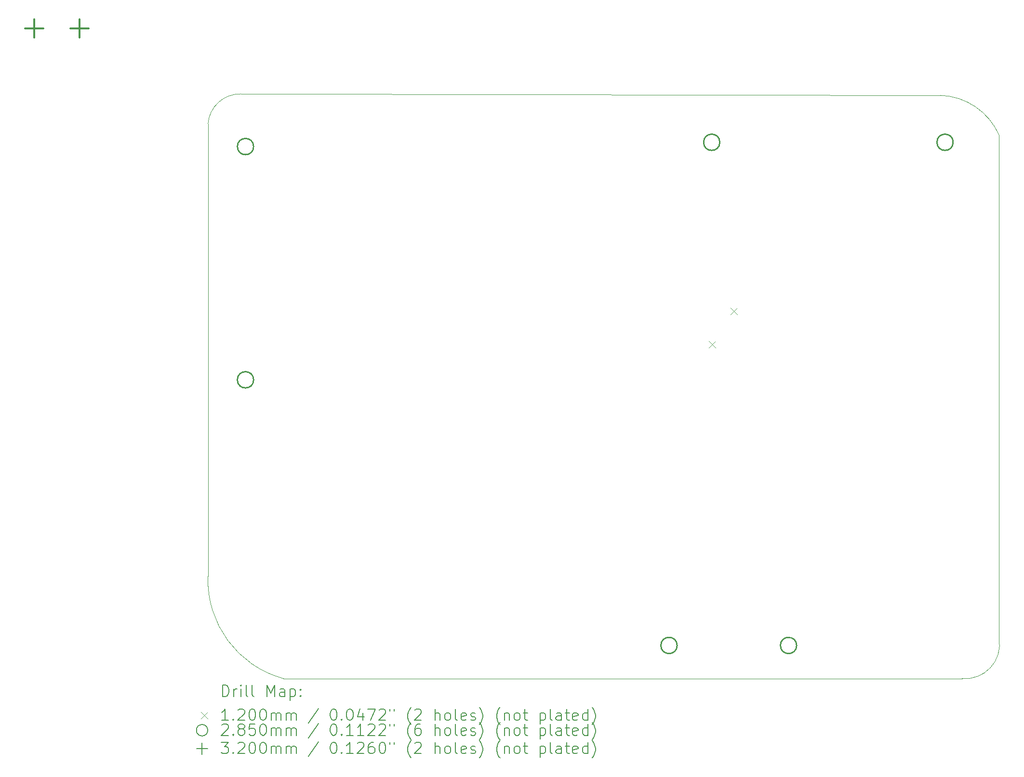
<source format=gbr>
%FSLAX45Y45*%
G04 Gerber Fmt 4.5, Leading zero omitted, Abs format (unit mm)*
G04 Created by KiCad (PCBNEW (6.0.1)) date 2022-11-29 11:39:46*
%MOMM*%
%LPD*%
G01*
G04 APERTURE LIST*
%TA.AperFunction,Profile*%
%ADD10C,0.050000*%
%TD*%
%ADD11C,0.200000*%
%ADD12C,0.120000*%
%ADD13C,0.285000*%
%ADD14C,0.320000*%
G04 APERTURE END LIST*
D10*
X19750000Y-8350000D02*
X19750000Y-6875000D01*
X7175000Y-6150000D02*
X6425000Y-6150000D01*
X19750000Y-6875000D02*
G75*
G03*
X18725000Y-6175000I-1073550J-471537D01*
G01*
X7175000Y-16425000D02*
X19100000Y-16425000D01*
X18725000Y-6175000D02*
X7175000Y-6150000D01*
X5850000Y-14625000D02*
G75*
G03*
X7175000Y-16425000I1793275J-67624D01*
G01*
X5850000Y-6675000D02*
X5850000Y-14625000D01*
X19750000Y-15725000D02*
X19750000Y-8350000D01*
X19100000Y-16425000D02*
G75*
G03*
X19750000Y-15725000I55961J599822D01*
G01*
X6425000Y-6150000D02*
G75*
G03*
X5850000Y-6675000I-7802J-568836D01*
G01*
D11*
D12*
X14651750Y-10490112D02*
X14771750Y-10610112D01*
X14771750Y-10490112D02*
X14651750Y-10610112D01*
X15029250Y-9911362D02*
X15149250Y-10031362D01*
X15149250Y-9911362D02*
X15029250Y-10031362D01*
D13*
X6651250Y-7075000D02*
G75*
G03*
X6651250Y-7075000I-142500J0D01*
G01*
X6651250Y-11175000D02*
G75*
G03*
X6651250Y-11175000I-142500J0D01*
G01*
X14092500Y-15843750D02*
G75*
G03*
X14092500Y-15843750I-142500J0D01*
G01*
X14842500Y-7000000D02*
G75*
G03*
X14842500Y-7000000I-142500J0D01*
G01*
X16192500Y-15843750D02*
G75*
G03*
X16192500Y-15843750I-142500J0D01*
G01*
X18942500Y-7000000D02*
G75*
G03*
X18942500Y-7000000I-142500J0D01*
G01*
D14*
X2800000Y-4840000D02*
X2800000Y-5160000D01*
X2640000Y-5000000D02*
X2960000Y-5000000D01*
X3595000Y-4840000D02*
X3595000Y-5160000D01*
X3435000Y-5000000D02*
X3755000Y-5000000D01*
D11*
X6103844Y-16740581D02*
X6103844Y-16540581D01*
X6151463Y-16540581D01*
X6180035Y-16550105D01*
X6199083Y-16569152D01*
X6208606Y-16588200D01*
X6218130Y-16626295D01*
X6218130Y-16654867D01*
X6208606Y-16692962D01*
X6199083Y-16712009D01*
X6180035Y-16731057D01*
X6151463Y-16740581D01*
X6103844Y-16740581D01*
X6303844Y-16740581D02*
X6303844Y-16607248D01*
X6303844Y-16645343D02*
X6313368Y-16626295D01*
X6322892Y-16616771D01*
X6341940Y-16607248D01*
X6360987Y-16607248D01*
X6427654Y-16740581D02*
X6427654Y-16607248D01*
X6427654Y-16540581D02*
X6418130Y-16550105D01*
X6427654Y-16559629D01*
X6437178Y-16550105D01*
X6427654Y-16540581D01*
X6427654Y-16559629D01*
X6551463Y-16740581D02*
X6532416Y-16731057D01*
X6522892Y-16712009D01*
X6522892Y-16540581D01*
X6656225Y-16740581D02*
X6637178Y-16731057D01*
X6627654Y-16712009D01*
X6627654Y-16540581D01*
X6884797Y-16740581D02*
X6884797Y-16540581D01*
X6951463Y-16683438D01*
X7018130Y-16540581D01*
X7018130Y-16740581D01*
X7199083Y-16740581D02*
X7199083Y-16635819D01*
X7189559Y-16616771D01*
X7170511Y-16607248D01*
X7132416Y-16607248D01*
X7113368Y-16616771D01*
X7199083Y-16731057D02*
X7180035Y-16740581D01*
X7132416Y-16740581D01*
X7113368Y-16731057D01*
X7103844Y-16712009D01*
X7103844Y-16692962D01*
X7113368Y-16673914D01*
X7132416Y-16664390D01*
X7180035Y-16664390D01*
X7199083Y-16654867D01*
X7294321Y-16607248D02*
X7294321Y-16807248D01*
X7294321Y-16616771D02*
X7313368Y-16607248D01*
X7351463Y-16607248D01*
X7370511Y-16616771D01*
X7380035Y-16626295D01*
X7389559Y-16645343D01*
X7389559Y-16702486D01*
X7380035Y-16721533D01*
X7370511Y-16731057D01*
X7351463Y-16740581D01*
X7313368Y-16740581D01*
X7294321Y-16731057D01*
X7475273Y-16721533D02*
X7484797Y-16731057D01*
X7475273Y-16740581D01*
X7465749Y-16731057D01*
X7475273Y-16721533D01*
X7475273Y-16740581D01*
X7475273Y-16616771D02*
X7484797Y-16626295D01*
X7475273Y-16635819D01*
X7465749Y-16626295D01*
X7475273Y-16616771D01*
X7475273Y-16635819D01*
D12*
X5726225Y-17010105D02*
X5846225Y-17130105D01*
X5846225Y-17010105D02*
X5726225Y-17130105D01*
D11*
X6208606Y-17160581D02*
X6094321Y-17160581D01*
X6151463Y-17160581D02*
X6151463Y-16960581D01*
X6132416Y-16989152D01*
X6113368Y-17008200D01*
X6094321Y-17017724D01*
X6294321Y-17141533D02*
X6303844Y-17151057D01*
X6294321Y-17160581D01*
X6284797Y-17151057D01*
X6294321Y-17141533D01*
X6294321Y-17160581D01*
X6380035Y-16979629D02*
X6389559Y-16970105D01*
X6408606Y-16960581D01*
X6456225Y-16960581D01*
X6475273Y-16970105D01*
X6484797Y-16979629D01*
X6494321Y-16998676D01*
X6494321Y-17017724D01*
X6484797Y-17046295D01*
X6370511Y-17160581D01*
X6494321Y-17160581D01*
X6618130Y-16960581D02*
X6637178Y-16960581D01*
X6656225Y-16970105D01*
X6665749Y-16979629D01*
X6675273Y-16998676D01*
X6684797Y-17036771D01*
X6684797Y-17084391D01*
X6675273Y-17122486D01*
X6665749Y-17141533D01*
X6656225Y-17151057D01*
X6637178Y-17160581D01*
X6618130Y-17160581D01*
X6599083Y-17151057D01*
X6589559Y-17141533D01*
X6580035Y-17122486D01*
X6570511Y-17084391D01*
X6570511Y-17036771D01*
X6580035Y-16998676D01*
X6589559Y-16979629D01*
X6599083Y-16970105D01*
X6618130Y-16960581D01*
X6808606Y-16960581D02*
X6827654Y-16960581D01*
X6846702Y-16970105D01*
X6856225Y-16979629D01*
X6865749Y-16998676D01*
X6875273Y-17036771D01*
X6875273Y-17084391D01*
X6865749Y-17122486D01*
X6856225Y-17141533D01*
X6846702Y-17151057D01*
X6827654Y-17160581D01*
X6808606Y-17160581D01*
X6789559Y-17151057D01*
X6780035Y-17141533D01*
X6770511Y-17122486D01*
X6760987Y-17084391D01*
X6760987Y-17036771D01*
X6770511Y-16998676D01*
X6780035Y-16979629D01*
X6789559Y-16970105D01*
X6808606Y-16960581D01*
X6960987Y-17160581D02*
X6960987Y-17027248D01*
X6960987Y-17046295D02*
X6970511Y-17036771D01*
X6989559Y-17027248D01*
X7018130Y-17027248D01*
X7037178Y-17036771D01*
X7046702Y-17055819D01*
X7046702Y-17160581D01*
X7046702Y-17055819D02*
X7056225Y-17036771D01*
X7075273Y-17027248D01*
X7103844Y-17027248D01*
X7122892Y-17036771D01*
X7132416Y-17055819D01*
X7132416Y-17160581D01*
X7227654Y-17160581D02*
X7227654Y-17027248D01*
X7227654Y-17046295D02*
X7237178Y-17036771D01*
X7256225Y-17027248D01*
X7284797Y-17027248D01*
X7303844Y-17036771D01*
X7313368Y-17055819D01*
X7313368Y-17160581D01*
X7313368Y-17055819D02*
X7322892Y-17036771D01*
X7341940Y-17027248D01*
X7370511Y-17027248D01*
X7389559Y-17036771D01*
X7399083Y-17055819D01*
X7399083Y-17160581D01*
X7789559Y-16951057D02*
X7618130Y-17208200D01*
X8046702Y-16960581D02*
X8065749Y-16960581D01*
X8084797Y-16970105D01*
X8094321Y-16979629D01*
X8103844Y-16998676D01*
X8113368Y-17036771D01*
X8113368Y-17084391D01*
X8103844Y-17122486D01*
X8094321Y-17141533D01*
X8084797Y-17151057D01*
X8065749Y-17160581D01*
X8046702Y-17160581D01*
X8027654Y-17151057D01*
X8018130Y-17141533D01*
X8008606Y-17122486D01*
X7999083Y-17084391D01*
X7999083Y-17036771D01*
X8008606Y-16998676D01*
X8018130Y-16979629D01*
X8027654Y-16970105D01*
X8046702Y-16960581D01*
X8199083Y-17141533D02*
X8208606Y-17151057D01*
X8199083Y-17160581D01*
X8189559Y-17151057D01*
X8199083Y-17141533D01*
X8199083Y-17160581D01*
X8332416Y-16960581D02*
X8351463Y-16960581D01*
X8370511Y-16970105D01*
X8380035Y-16979629D01*
X8389559Y-16998676D01*
X8399083Y-17036771D01*
X8399083Y-17084391D01*
X8389559Y-17122486D01*
X8380035Y-17141533D01*
X8370511Y-17151057D01*
X8351463Y-17160581D01*
X8332416Y-17160581D01*
X8313368Y-17151057D01*
X8303844Y-17141533D01*
X8294321Y-17122486D01*
X8284797Y-17084391D01*
X8284797Y-17036771D01*
X8294321Y-16998676D01*
X8303844Y-16979629D01*
X8313368Y-16970105D01*
X8332416Y-16960581D01*
X8570511Y-17027248D02*
X8570511Y-17160581D01*
X8522892Y-16951057D02*
X8475273Y-17093914D01*
X8599083Y-17093914D01*
X8656226Y-16960581D02*
X8789559Y-16960581D01*
X8703845Y-17160581D01*
X8856225Y-16979629D02*
X8865749Y-16970105D01*
X8884797Y-16960581D01*
X8932416Y-16960581D01*
X8951464Y-16970105D01*
X8960987Y-16979629D01*
X8970511Y-16998676D01*
X8970511Y-17017724D01*
X8960987Y-17046295D01*
X8846702Y-17160581D01*
X8970511Y-17160581D01*
X9046702Y-16960581D02*
X9046702Y-16998676D01*
X9122892Y-16960581D02*
X9122892Y-16998676D01*
X9418130Y-17236771D02*
X9408606Y-17227248D01*
X9389559Y-17198676D01*
X9380035Y-17179629D01*
X9370511Y-17151057D01*
X9360987Y-17103438D01*
X9360987Y-17065343D01*
X9370511Y-17017724D01*
X9380035Y-16989152D01*
X9389559Y-16970105D01*
X9408606Y-16941533D01*
X9418130Y-16932010D01*
X9484797Y-16979629D02*
X9494321Y-16970105D01*
X9513368Y-16960581D01*
X9560987Y-16960581D01*
X9580035Y-16970105D01*
X9589559Y-16979629D01*
X9599083Y-16998676D01*
X9599083Y-17017724D01*
X9589559Y-17046295D01*
X9475273Y-17160581D01*
X9599083Y-17160581D01*
X9837178Y-17160581D02*
X9837178Y-16960581D01*
X9922892Y-17160581D02*
X9922892Y-17055819D01*
X9913368Y-17036771D01*
X9894321Y-17027248D01*
X9865749Y-17027248D01*
X9846702Y-17036771D01*
X9837178Y-17046295D01*
X10046702Y-17160581D02*
X10027654Y-17151057D01*
X10018130Y-17141533D01*
X10008606Y-17122486D01*
X10008606Y-17065343D01*
X10018130Y-17046295D01*
X10027654Y-17036771D01*
X10046702Y-17027248D01*
X10075273Y-17027248D01*
X10094321Y-17036771D01*
X10103845Y-17046295D01*
X10113368Y-17065343D01*
X10113368Y-17122486D01*
X10103845Y-17141533D01*
X10094321Y-17151057D01*
X10075273Y-17160581D01*
X10046702Y-17160581D01*
X10227654Y-17160581D02*
X10208606Y-17151057D01*
X10199083Y-17132010D01*
X10199083Y-16960581D01*
X10380035Y-17151057D02*
X10360987Y-17160581D01*
X10322892Y-17160581D01*
X10303845Y-17151057D01*
X10294321Y-17132010D01*
X10294321Y-17055819D01*
X10303845Y-17036771D01*
X10322892Y-17027248D01*
X10360987Y-17027248D01*
X10380035Y-17036771D01*
X10389559Y-17055819D01*
X10389559Y-17074867D01*
X10294321Y-17093914D01*
X10465749Y-17151057D02*
X10484797Y-17160581D01*
X10522892Y-17160581D01*
X10541940Y-17151057D01*
X10551464Y-17132010D01*
X10551464Y-17122486D01*
X10541940Y-17103438D01*
X10522892Y-17093914D01*
X10494321Y-17093914D01*
X10475273Y-17084391D01*
X10465749Y-17065343D01*
X10465749Y-17055819D01*
X10475273Y-17036771D01*
X10494321Y-17027248D01*
X10522892Y-17027248D01*
X10541940Y-17036771D01*
X10618130Y-17236771D02*
X10627654Y-17227248D01*
X10646702Y-17198676D01*
X10656225Y-17179629D01*
X10665749Y-17151057D01*
X10675273Y-17103438D01*
X10675273Y-17065343D01*
X10665749Y-17017724D01*
X10656225Y-16989152D01*
X10646702Y-16970105D01*
X10627654Y-16941533D01*
X10618130Y-16932010D01*
X10980035Y-17236771D02*
X10970511Y-17227248D01*
X10951464Y-17198676D01*
X10941940Y-17179629D01*
X10932416Y-17151057D01*
X10922892Y-17103438D01*
X10922892Y-17065343D01*
X10932416Y-17017724D01*
X10941940Y-16989152D01*
X10951464Y-16970105D01*
X10970511Y-16941533D01*
X10980035Y-16932010D01*
X11056225Y-17027248D02*
X11056225Y-17160581D01*
X11056225Y-17046295D02*
X11065749Y-17036771D01*
X11084797Y-17027248D01*
X11113368Y-17027248D01*
X11132416Y-17036771D01*
X11141940Y-17055819D01*
X11141940Y-17160581D01*
X11265749Y-17160581D02*
X11246702Y-17151057D01*
X11237178Y-17141533D01*
X11227654Y-17122486D01*
X11227654Y-17065343D01*
X11237178Y-17046295D01*
X11246702Y-17036771D01*
X11265749Y-17027248D01*
X11294321Y-17027248D01*
X11313368Y-17036771D01*
X11322892Y-17046295D01*
X11332416Y-17065343D01*
X11332416Y-17122486D01*
X11322892Y-17141533D01*
X11313368Y-17151057D01*
X11294321Y-17160581D01*
X11265749Y-17160581D01*
X11389559Y-17027248D02*
X11465749Y-17027248D01*
X11418130Y-16960581D02*
X11418130Y-17132010D01*
X11427654Y-17151057D01*
X11446702Y-17160581D01*
X11465749Y-17160581D01*
X11684797Y-17027248D02*
X11684797Y-17227248D01*
X11684797Y-17036771D02*
X11703844Y-17027248D01*
X11741940Y-17027248D01*
X11760987Y-17036771D01*
X11770511Y-17046295D01*
X11780035Y-17065343D01*
X11780035Y-17122486D01*
X11770511Y-17141533D01*
X11760987Y-17151057D01*
X11741940Y-17160581D01*
X11703844Y-17160581D01*
X11684797Y-17151057D01*
X11894321Y-17160581D02*
X11875273Y-17151057D01*
X11865749Y-17132010D01*
X11865749Y-16960581D01*
X12056225Y-17160581D02*
X12056225Y-17055819D01*
X12046702Y-17036771D01*
X12027654Y-17027248D01*
X11989559Y-17027248D01*
X11970511Y-17036771D01*
X12056225Y-17151057D02*
X12037178Y-17160581D01*
X11989559Y-17160581D01*
X11970511Y-17151057D01*
X11960987Y-17132010D01*
X11960987Y-17112962D01*
X11970511Y-17093914D01*
X11989559Y-17084391D01*
X12037178Y-17084391D01*
X12056225Y-17074867D01*
X12122892Y-17027248D02*
X12199083Y-17027248D01*
X12151463Y-16960581D02*
X12151463Y-17132010D01*
X12160987Y-17151057D01*
X12180035Y-17160581D01*
X12199083Y-17160581D01*
X12341940Y-17151057D02*
X12322892Y-17160581D01*
X12284797Y-17160581D01*
X12265749Y-17151057D01*
X12256225Y-17132010D01*
X12256225Y-17055819D01*
X12265749Y-17036771D01*
X12284797Y-17027248D01*
X12322892Y-17027248D01*
X12341940Y-17036771D01*
X12351463Y-17055819D01*
X12351463Y-17074867D01*
X12256225Y-17093914D01*
X12522892Y-17160581D02*
X12522892Y-16960581D01*
X12522892Y-17151057D02*
X12503844Y-17160581D01*
X12465749Y-17160581D01*
X12446702Y-17151057D01*
X12437178Y-17141533D01*
X12427654Y-17122486D01*
X12427654Y-17065343D01*
X12437178Y-17046295D01*
X12446702Y-17036771D01*
X12465749Y-17027248D01*
X12503844Y-17027248D01*
X12522892Y-17036771D01*
X12599083Y-17236771D02*
X12608606Y-17227248D01*
X12627654Y-17198676D01*
X12637178Y-17179629D01*
X12646702Y-17151057D01*
X12656225Y-17103438D01*
X12656225Y-17065343D01*
X12646702Y-17017724D01*
X12637178Y-16989152D01*
X12627654Y-16970105D01*
X12608606Y-16941533D01*
X12599083Y-16932010D01*
X5846225Y-17334105D02*
G75*
G03*
X5846225Y-17334105I-100000J0D01*
G01*
X6094321Y-17243629D02*
X6103844Y-17234105D01*
X6122892Y-17224581D01*
X6170511Y-17224581D01*
X6189559Y-17234105D01*
X6199083Y-17243629D01*
X6208606Y-17262676D01*
X6208606Y-17281724D01*
X6199083Y-17310295D01*
X6084797Y-17424581D01*
X6208606Y-17424581D01*
X6294321Y-17405533D02*
X6303844Y-17415057D01*
X6294321Y-17424581D01*
X6284797Y-17415057D01*
X6294321Y-17405533D01*
X6294321Y-17424581D01*
X6418130Y-17310295D02*
X6399083Y-17300771D01*
X6389559Y-17291248D01*
X6380035Y-17272200D01*
X6380035Y-17262676D01*
X6389559Y-17243629D01*
X6399083Y-17234105D01*
X6418130Y-17224581D01*
X6456225Y-17224581D01*
X6475273Y-17234105D01*
X6484797Y-17243629D01*
X6494321Y-17262676D01*
X6494321Y-17272200D01*
X6484797Y-17291248D01*
X6475273Y-17300771D01*
X6456225Y-17310295D01*
X6418130Y-17310295D01*
X6399083Y-17319819D01*
X6389559Y-17329343D01*
X6380035Y-17348391D01*
X6380035Y-17386486D01*
X6389559Y-17405533D01*
X6399083Y-17415057D01*
X6418130Y-17424581D01*
X6456225Y-17424581D01*
X6475273Y-17415057D01*
X6484797Y-17405533D01*
X6494321Y-17386486D01*
X6494321Y-17348391D01*
X6484797Y-17329343D01*
X6475273Y-17319819D01*
X6456225Y-17310295D01*
X6675273Y-17224581D02*
X6580035Y-17224581D01*
X6570511Y-17319819D01*
X6580035Y-17310295D01*
X6599083Y-17300771D01*
X6646702Y-17300771D01*
X6665749Y-17310295D01*
X6675273Y-17319819D01*
X6684797Y-17338867D01*
X6684797Y-17386486D01*
X6675273Y-17405533D01*
X6665749Y-17415057D01*
X6646702Y-17424581D01*
X6599083Y-17424581D01*
X6580035Y-17415057D01*
X6570511Y-17405533D01*
X6808606Y-17224581D02*
X6827654Y-17224581D01*
X6846702Y-17234105D01*
X6856225Y-17243629D01*
X6865749Y-17262676D01*
X6875273Y-17300771D01*
X6875273Y-17348391D01*
X6865749Y-17386486D01*
X6856225Y-17405533D01*
X6846702Y-17415057D01*
X6827654Y-17424581D01*
X6808606Y-17424581D01*
X6789559Y-17415057D01*
X6780035Y-17405533D01*
X6770511Y-17386486D01*
X6760987Y-17348391D01*
X6760987Y-17300771D01*
X6770511Y-17262676D01*
X6780035Y-17243629D01*
X6789559Y-17234105D01*
X6808606Y-17224581D01*
X6960987Y-17424581D02*
X6960987Y-17291248D01*
X6960987Y-17310295D02*
X6970511Y-17300771D01*
X6989559Y-17291248D01*
X7018130Y-17291248D01*
X7037178Y-17300771D01*
X7046702Y-17319819D01*
X7046702Y-17424581D01*
X7046702Y-17319819D02*
X7056225Y-17300771D01*
X7075273Y-17291248D01*
X7103844Y-17291248D01*
X7122892Y-17300771D01*
X7132416Y-17319819D01*
X7132416Y-17424581D01*
X7227654Y-17424581D02*
X7227654Y-17291248D01*
X7227654Y-17310295D02*
X7237178Y-17300771D01*
X7256225Y-17291248D01*
X7284797Y-17291248D01*
X7303844Y-17300771D01*
X7313368Y-17319819D01*
X7313368Y-17424581D01*
X7313368Y-17319819D02*
X7322892Y-17300771D01*
X7341940Y-17291248D01*
X7370511Y-17291248D01*
X7389559Y-17300771D01*
X7399083Y-17319819D01*
X7399083Y-17424581D01*
X7789559Y-17215057D02*
X7618130Y-17472200D01*
X8046702Y-17224581D02*
X8065749Y-17224581D01*
X8084797Y-17234105D01*
X8094321Y-17243629D01*
X8103844Y-17262676D01*
X8113368Y-17300771D01*
X8113368Y-17348391D01*
X8103844Y-17386486D01*
X8094321Y-17405533D01*
X8084797Y-17415057D01*
X8065749Y-17424581D01*
X8046702Y-17424581D01*
X8027654Y-17415057D01*
X8018130Y-17405533D01*
X8008606Y-17386486D01*
X7999083Y-17348391D01*
X7999083Y-17300771D01*
X8008606Y-17262676D01*
X8018130Y-17243629D01*
X8027654Y-17234105D01*
X8046702Y-17224581D01*
X8199083Y-17405533D02*
X8208606Y-17415057D01*
X8199083Y-17424581D01*
X8189559Y-17415057D01*
X8199083Y-17405533D01*
X8199083Y-17424581D01*
X8399083Y-17424581D02*
X8284797Y-17424581D01*
X8341940Y-17424581D02*
X8341940Y-17224581D01*
X8322892Y-17253152D01*
X8303844Y-17272200D01*
X8284797Y-17281724D01*
X8589559Y-17424581D02*
X8475273Y-17424581D01*
X8532416Y-17424581D02*
X8532416Y-17224581D01*
X8513368Y-17253152D01*
X8494321Y-17272200D01*
X8475273Y-17281724D01*
X8665749Y-17243629D02*
X8675273Y-17234105D01*
X8694321Y-17224581D01*
X8741940Y-17224581D01*
X8760987Y-17234105D01*
X8770511Y-17243629D01*
X8780035Y-17262676D01*
X8780035Y-17281724D01*
X8770511Y-17310295D01*
X8656226Y-17424581D01*
X8780035Y-17424581D01*
X8856225Y-17243629D02*
X8865749Y-17234105D01*
X8884797Y-17224581D01*
X8932416Y-17224581D01*
X8951464Y-17234105D01*
X8960987Y-17243629D01*
X8970511Y-17262676D01*
X8970511Y-17281724D01*
X8960987Y-17310295D01*
X8846702Y-17424581D01*
X8970511Y-17424581D01*
X9046702Y-17224581D02*
X9046702Y-17262676D01*
X9122892Y-17224581D02*
X9122892Y-17262676D01*
X9418130Y-17500771D02*
X9408606Y-17491248D01*
X9389559Y-17462676D01*
X9380035Y-17443629D01*
X9370511Y-17415057D01*
X9360987Y-17367438D01*
X9360987Y-17329343D01*
X9370511Y-17281724D01*
X9380035Y-17253152D01*
X9389559Y-17234105D01*
X9408606Y-17205533D01*
X9418130Y-17196010D01*
X9580035Y-17224581D02*
X9541940Y-17224581D01*
X9522892Y-17234105D01*
X9513368Y-17243629D01*
X9494321Y-17272200D01*
X9484797Y-17310295D01*
X9484797Y-17386486D01*
X9494321Y-17405533D01*
X9503845Y-17415057D01*
X9522892Y-17424581D01*
X9560987Y-17424581D01*
X9580035Y-17415057D01*
X9589559Y-17405533D01*
X9599083Y-17386486D01*
X9599083Y-17338867D01*
X9589559Y-17319819D01*
X9580035Y-17310295D01*
X9560987Y-17300771D01*
X9522892Y-17300771D01*
X9503845Y-17310295D01*
X9494321Y-17319819D01*
X9484797Y-17338867D01*
X9837178Y-17424581D02*
X9837178Y-17224581D01*
X9922892Y-17424581D02*
X9922892Y-17319819D01*
X9913368Y-17300771D01*
X9894321Y-17291248D01*
X9865749Y-17291248D01*
X9846702Y-17300771D01*
X9837178Y-17310295D01*
X10046702Y-17424581D02*
X10027654Y-17415057D01*
X10018130Y-17405533D01*
X10008606Y-17386486D01*
X10008606Y-17329343D01*
X10018130Y-17310295D01*
X10027654Y-17300771D01*
X10046702Y-17291248D01*
X10075273Y-17291248D01*
X10094321Y-17300771D01*
X10103845Y-17310295D01*
X10113368Y-17329343D01*
X10113368Y-17386486D01*
X10103845Y-17405533D01*
X10094321Y-17415057D01*
X10075273Y-17424581D01*
X10046702Y-17424581D01*
X10227654Y-17424581D02*
X10208606Y-17415057D01*
X10199083Y-17396010D01*
X10199083Y-17224581D01*
X10380035Y-17415057D02*
X10360987Y-17424581D01*
X10322892Y-17424581D01*
X10303845Y-17415057D01*
X10294321Y-17396010D01*
X10294321Y-17319819D01*
X10303845Y-17300771D01*
X10322892Y-17291248D01*
X10360987Y-17291248D01*
X10380035Y-17300771D01*
X10389559Y-17319819D01*
X10389559Y-17338867D01*
X10294321Y-17357914D01*
X10465749Y-17415057D02*
X10484797Y-17424581D01*
X10522892Y-17424581D01*
X10541940Y-17415057D01*
X10551464Y-17396010D01*
X10551464Y-17386486D01*
X10541940Y-17367438D01*
X10522892Y-17357914D01*
X10494321Y-17357914D01*
X10475273Y-17348391D01*
X10465749Y-17329343D01*
X10465749Y-17319819D01*
X10475273Y-17300771D01*
X10494321Y-17291248D01*
X10522892Y-17291248D01*
X10541940Y-17300771D01*
X10618130Y-17500771D02*
X10627654Y-17491248D01*
X10646702Y-17462676D01*
X10656225Y-17443629D01*
X10665749Y-17415057D01*
X10675273Y-17367438D01*
X10675273Y-17329343D01*
X10665749Y-17281724D01*
X10656225Y-17253152D01*
X10646702Y-17234105D01*
X10627654Y-17205533D01*
X10618130Y-17196010D01*
X10980035Y-17500771D02*
X10970511Y-17491248D01*
X10951464Y-17462676D01*
X10941940Y-17443629D01*
X10932416Y-17415057D01*
X10922892Y-17367438D01*
X10922892Y-17329343D01*
X10932416Y-17281724D01*
X10941940Y-17253152D01*
X10951464Y-17234105D01*
X10970511Y-17205533D01*
X10980035Y-17196010D01*
X11056225Y-17291248D02*
X11056225Y-17424581D01*
X11056225Y-17310295D02*
X11065749Y-17300771D01*
X11084797Y-17291248D01*
X11113368Y-17291248D01*
X11132416Y-17300771D01*
X11141940Y-17319819D01*
X11141940Y-17424581D01*
X11265749Y-17424581D02*
X11246702Y-17415057D01*
X11237178Y-17405533D01*
X11227654Y-17386486D01*
X11227654Y-17329343D01*
X11237178Y-17310295D01*
X11246702Y-17300771D01*
X11265749Y-17291248D01*
X11294321Y-17291248D01*
X11313368Y-17300771D01*
X11322892Y-17310295D01*
X11332416Y-17329343D01*
X11332416Y-17386486D01*
X11322892Y-17405533D01*
X11313368Y-17415057D01*
X11294321Y-17424581D01*
X11265749Y-17424581D01*
X11389559Y-17291248D02*
X11465749Y-17291248D01*
X11418130Y-17224581D02*
X11418130Y-17396010D01*
X11427654Y-17415057D01*
X11446702Y-17424581D01*
X11465749Y-17424581D01*
X11684797Y-17291248D02*
X11684797Y-17491248D01*
X11684797Y-17300771D02*
X11703844Y-17291248D01*
X11741940Y-17291248D01*
X11760987Y-17300771D01*
X11770511Y-17310295D01*
X11780035Y-17329343D01*
X11780035Y-17386486D01*
X11770511Y-17405533D01*
X11760987Y-17415057D01*
X11741940Y-17424581D01*
X11703844Y-17424581D01*
X11684797Y-17415057D01*
X11894321Y-17424581D02*
X11875273Y-17415057D01*
X11865749Y-17396010D01*
X11865749Y-17224581D01*
X12056225Y-17424581D02*
X12056225Y-17319819D01*
X12046702Y-17300771D01*
X12027654Y-17291248D01*
X11989559Y-17291248D01*
X11970511Y-17300771D01*
X12056225Y-17415057D02*
X12037178Y-17424581D01*
X11989559Y-17424581D01*
X11970511Y-17415057D01*
X11960987Y-17396010D01*
X11960987Y-17376962D01*
X11970511Y-17357914D01*
X11989559Y-17348391D01*
X12037178Y-17348391D01*
X12056225Y-17338867D01*
X12122892Y-17291248D02*
X12199083Y-17291248D01*
X12151463Y-17224581D02*
X12151463Y-17396010D01*
X12160987Y-17415057D01*
X12180035Y-17424581D01*
X12199083Y-17424581D01*
X12341940Y-17415057D02*
X12322892Y-17424581D01*
X12284797Y-17424581D01*
X12265749Y-17415057D01*
X12256225Y-17396010D01*
X12256225Y-17319819D01*
X12265749Y-17300771D01*
X12284797Y-17291248D01*
X12322892Y-17291248D01*
X12341940Y-17300771D01*
X12351463Y-17319819D01*
X12351463Y-17338867D01*
X12256225Y-17357914D01*
X12522892Y-17424581D02*
X12522892Y-17224581D01*
X12522892Y-17415057D02*
X12503844Y-17424581D01*
X12465749Y-17424581D01*
X12446702Y-17415057D01*
X12437178Y-17405533D01*
X12427654Y-17386486D01*
X12427654Y-17329343D01*
X12437178Y-17310295D01*
X12446702Y-17300771D01*
X12465749Y-17291248D01*
X12503844Y-17291248D01*
X12522892Y-17300771D01*
X12599083Y-17500771D02*
X12608606Y-17491248D01*
X12627654Y-17462676D01*
X12637178Y-17443629D01*
X12646702Y-17415057D01*
X12656225Y-17367438D01*
X12656225Y-17329343D01*
X12646702Y-17281724D01*
X12637178Y-17253152D01*
X12627654Y-17234105D01*
X12608606Y-17205533D01*
X12599083Y-17196010D01*
X5746225Y-17554105D02*
X5746225Y-17754105D01*
X5646225Y-17654105D02*
X5846225Y-17654105D01*
X6084797Y-17544581D02*
X6208606Y-17544581D01*
X6141940Y-17620771D01*
X6170511Y-17620771D01*
X6189559Y-17630295D01*
X6199083Y-17639819D01*
X6208606Y-17658867D01*
X6208606Y-17706486D01*
X6199083Y-17725533D01*
X6189559Y-17735057D01*
X6170511Y-17744581D01*
X6113368Y-17744581D01*
X6094321Y-17735057D01*
X6084797Y-17725533D01*
X6294321Y-17725533D02*
X6303844Y-17735057D01*
X6294321Y-17744581D01*
X6284797Y-17735057D01*
X6294321Y-17725533D01*
X6294321Y-17744581D01*
X6380035Y-17563629D02*
X6389559Y-17554105D01*
X6408606Y-17544581D01*
X6456225Y-17544581D01*
X6475273Y-17554105D01*
X6484797Y-17563629D01*
X6494321Y-17582676D01*
X6494321Y-17601724D01*
X6484797Y-17630295D01*
X6370511Y-17744581D01*
X6494321Y-17744581D01*
X6618130Y-17544581D02*
X6637178Y-17544581D01*
X6656225Y-17554105D01*
X6665749Y-17563629D01*
X6675273Y-17582676D01*
X6684797Y-17620771D01*
X6684797Y-17668391D01*
X6675273Y-17706486D01*
X6665749Y-17725533D01*
X6656225Y-17735057D01*
X6637178Y-17744581D01*
X6618130Y-17744581D01*
X6599083Y-17735057D01*
X6589559Y-17725533D01*
X6580035Y-17706486D01*
X6570511Y-17668391D01*
X6570511Y-17620771D01*
X6580035Y-17582676D01*
X6589559Y-17563629D01*
X6599083Y-17554105D01*
X6618130Y-17544581D01*
X6808606Y-17544581D02*
X6827654Y-17544581D01*
X6846702Y-17554105D01*
X6856225Y-17563629D01*
X6865749Y-17582676D01*
X6875273Y-17620771D01*
X6875273Y-17668391D01*
X6865749Y-17706486D01*
X6856225Y-17725533D01*
X6846702Y-17735057D01*
X6827654Y-17744581D01*
X6808606Y-17744581D01*
X6789559Y-17735057D01*
X6780035Y-17725533D01*
X6770511Y-17706486D01*
X6760987Y-17668391D01*
X6760987Y-17620771D01*
X6770511Y-17582676D01*
X6780035Y-17563629D01*
X6789559Y-17554105D01*
X6808606Y-17544581D01*
X6960987Y-17744581D02*
X6960987Y-17611248D01*
X6960987Y-17630295D02*
X6970511Y-17620771D01*
X6989559Y-17611248D01*
X7018130Y-17611248D01*
X7037178Y-17620771D01*
X7046702Y-17639819D01*
X7046702Y-17744581D01*
X7046702Y-17639819D02*
X7056225Y-17620771D01*
X7075273Y-17611248D01*
X7103844Y-17611248D01*
X7122892Y-17620771D01*
X7132416Y-17639819D01*
X7132416Y-17744581D01*
X7227654Y-17744581D02*
X7227654Y-17611248D01*
X7227654Y-17630295D02*
X7237178Y-17620771D01*
X7256225Y-17611248D01*
X7284797Y-17611248D01*
X7303844Y-17620771D01*
X7313368Y-17639819D01*
X7313368Y-17744581D01*
X7313368Y-17639819D02*
X7322892Y-17620771D01*
X7341940Y-17611248D01*
X7370511Y-17611248D01*
X7389559Y-17620771D01*
X7399083Y-17639819D01*
X7399083Y-17744581D01*
X7789559Y-17535057D02*
X7618130Y-17792200D01*
X8046702Y-17544581D02*
X8065749Y-17544581D01*
X8084797Y-17554105D01*
X8094321Y-17563629D01*
X8103844Y-17582676D01*
X8113368Y-17620771D01*
X8113368Y-17668391D01*
X8103844Y-17706486D01*
X8094321Y-17725533D01*
X8084797Y-17735057D01*
X8065749Y-17744581D01*
X8046702Y-17744581D01*
X8027654Y-17735057D01*
X8018130Y-17725533D01*
X8008606Y-17706486D01*
X7999083Y-17668391D01*
X7999083Y-17620771D01*
X8008606Y-17582676D01*
X8018130Y-17563629D01*
X8027654Y-17554105D01*
X8046702Y-17544581D01*
X8199083Y-17725533D02*
X8208606Y-17735057D01*
X8199083Y-17744581D01*
X8189559Y-17735057D01*
X8199083Y-17725533D01*
X8199083Y-17744581D01*
X8399083Y-17744581D02*
X8284797Y-17744581D01*
X8341940Y-17744581D02*
X8341940Y-17544581D01*
X8322892Y-17573152D01*
X8303844Y-17592200D01*
X8284797Y-17601724D01*
X8475273Y-17563629D02*
X8484797Y-17554105D01*
X8503845Y-17544581D01*
X8551464Y-17544581D01*
X8570511Y-17554105D01*
X8580035Y-17563629D01*
X8589559Y-17582676D01*
X8589559Y-17601724D01*
X8580035Y-17630295D01*
X8465749Y-17744581D01*
X8589559Y-17744581D01*
X8760987Y-17544581D02*
X8722892Y-17544581D01*
X8703845Y-17554105D01*
X8694321Y-17563629D01*
X8675273Y-17592200D01*
X8665749Y-17630295D01*
X8665749Y-17706486D01*
X8675273Y-17725533D01*
X8684797Y-17735057D01*
X8703845Y-17744581D01*
X8741940Y-17744581D01*
X8760987Y-17735057D01*
X8770511Y-17725533D01*
X8780035Y-17706486D01*
X8780035Y-17658867D01*
X8770511Y-17639819D01*
X8760987Y-17630295D01*
X8741940Y-17620771D01*
X8703845Y-17620771D01*
X8684797Y-17630295D01*
X8675273Y-17639819D01*
X8665749Y-17658867D01*
X8903845Y-17544581D02*
X8922892Y-17544581D01*
X8941940Y-17554105D01*
X8951464Y-17563629D01*
X8960987Y-17582676D01*
X8970511Y-17620771D01*
X8970511Y-17668391D01*
X8960987Y-17706486D01*
X8951464Y-17725533D01*
X8941940Y-17735057D01*
X8922892Y-17744581D01*
X8903845Y-17744581D01*
X8884797Y-17735057D01*
X8875273Y-17725533D01*
X8865749Y-17706486D01*
X8856225Y-17668391D01*
X8856225Y-17620771D01*
X8865749Y-17582676D01*
X8875273Y-17563629D01*
X8884797Y-17554105D01*
X8903845Y-17544581D01*
X9046702Y-17544581D02*
X9046702Y-17582676D01*
X9122892Y-17544581D02*
X9122892Y-17582676D01*
X9418130Y-17820771D02*
X9408606Y-17811248D01*
X9389559Y-17782676D01*
X9380035Y-17763629D01*
X9370511Y-17735057D01*
X9360987Y-17687438D01*
X9360987Y-17649343D01*
X9370511Y-17601724D01*
X9380035Y-17573152D01*
X9389559Y-17554105D01*
X9408606Y-17525533D01*
X9418130Y-17516010D01*
X9484797Y-17563629D02*
X9494321Y-17554105D01*
X9513368Y-17544581D01*
X9560987Y-17544581D01*
X9580035Y-17554105D01*
X9589559Y-17563629D01*
X9599083Y-17582676D01*
X9599083Y-17601724D01*
X9589559Y-17630295D01*
X9475273Y-17744581D01*
X9599083Y-17744581D01*
X9837178Y-17744581D02*
X9837178Y-17544581D01*
X9922892Y-17744581D02*
X9922892Y-17639819D01*
X9913368Y-17620771D01*
X9894321Y-17611248D01*
X9865749Y-17611248D01*
X9846702Y-17620771D01*
X9837178Y-17630295D01*
X10046702Y-17744581D02*
X10027654Y-17735057D01*
X10018130Y-17725533D01*
X10008606Y-17706486D01*
X10008606Y-17649343D01*
X10018130Y-17630295D01*
X10027654Y-17620771D01*
X10046702Y-17611248D01*
X10075273Y-17611248D01*
X10094321Y-17620771D01*
X10103845Y-17630295D01*
X10113368Y-17649343D01*
X10113368Y-17706486D01*
X10103845Y-17725533D01*
X10094321Y-17735057D01*
X10075273Y-17744581D01*
X10046702Y-17744581D01*
X10227654Y-17744581D02*
X10208606Y-17735057D01*
X10199083Y-17716010D01*
X10199083Y-17544581D01*
X10380035Y-17735057D02*
X10360987Y-17744581D01*
X10322892Y-17744581D01*
X10303845Y-17735057D01*
X10294321Y-17716010D01*
X10294321Y-17639819D01*
X10303845Y-17620771D01*
X10322892Y-17611248D01*
X10360987Y-17611248D01*
X10380035Y-17620771D01*
X10389559Y-17639819D01*
X10389559Y-17658867D01*
X10294321Y-17677914D01*
X10465749Y-17735057D02*
X10484797Y-17744581D01*
X10522892Y-17744581D01*
X10541940Y-17735057D01*
X10551464Y-17716010D01*
X10551464Y-17706486D01*
X10541940Y-17687438D01*
X10522892Y-17677914D01*
X10494321Y-17677914D01*
X10475273Y-17668391D01*
X10465749Y-17649343D01*
X10465749Y-17639819D01*
X10475273Y-17620771D01*
X10494321Y-17611248D01*
X10522892Y-17611248D01*
X10541940Y-17620771D01*
X10618130Y-17820771D02*
X10627654Y-17811248D01*
X10646702Y-17782676D01*
X10656225Y-17763629D01*
X10665749Y-17735057D01*
X10675273Y-17687438D01*
X10675273Y-17649343D01*
X10665749Y-17601724D01*
X10656225Y-17573152D01*
X10646702Y-17554105D01*
X10627654Y-17525533D01*
X10618130Y-17516010D01*
X10980035Y-17820771D02*
X10970511Y-17811248D01*
X10951464Y-17782676D01*
X10941940Y-17763629D01*
X10932416Y-17735057D01*
X10922892Y-17687438D01*
X10922892Y-17649343D01*
X10932416Y-17601724D01*
X10941940Y-17573152D01*
X10951464Y-17554105D01*
X10970511Y-17525533D01*
X10980035Y-17516010D01*
X11056225Y-17611248D02*
X11056225Y-17744581D01*
X11056225Y-17630295D02*
X11065749Y-17620771D01*
X11084797Y-17611248D01*
X11113368Y-17611248D01*
X11132416Y-17620771D01*
X11141940Y-17639819D01*
X11141940Y-17744581D01*
X11265749Y-17744581D02*
X11246702Y-17735057D01*
X11237178Y-17725533D01*
X11227654Y-17706486D01*
X11227654Y-17649343D01*
X11237178Y-17630295D01*
X11246702Y-17620771D01*
X11265749Y-17611248D01*
X11294321Y-17611248D01*
X11313368Y-17620771D01*
X11322892Y-17630295D01*
X11332416Y-17649343D01*
X11332416Y-17706486D01*
X11322892Y-17725533D01*
X11313368Y-17735057D01*
X11294321Y-17744581D01*
X11265749Y-17744581D01*
X11389559Y-17611248D02*
X11465749Y-17611248D01*
X11418130Y-17544581D02*
X11418130Y-17716010D01*
X11427654Y-17735057D01*
X11446702Y-17744581D01*
X11465749Y-17744581D01*
X11684797Y-17611248D02*
X11684797Y-17811248D01*
X11684797Y-17620771D02*
X11703844Y-17611248D01*
X11741940Y-17611248D01*
X11760987Y-17620771D01*
X11770511Y-17630295D01*
X11780035Y-17649343D01*
X11780035Y-17706486D01*
X11770511Y-17725533D01*
X11760987Y-17735057D01*
X11741940Y-17744581D01*
X11703844Y-17744581D01*
X11684797Y-17735057D01*
X11894321Y-17744581D02*
X11875273Y-17735057D01*
X11865749Y-17716010D01*
X11865749Y-17544581D01*
X12056225Y-17744581D02*
X12056225Y-17639819D01*
X12046702Y-17620771D01*
X12027654Y-17611248D01*
X11989559Y-17611248D01*
X11970511Y-17620771D01*
X12056225Y-17735057D02*
X12037178Y-17744581D01*
X11989559Y-17744581D01*
X11970511Y-17735057D01*
X11960987Y-17716010D01*
X11960987Y-17696962D01*
X11970511Y-17677914D01*
X11989559Y-17668391D01*
X12037178Y-17668391D01*
X12056225Y-17658867D01*
X12122892Y-17611248D02*
X12199083Y-17611248D01*
X12151463Y-17544581D02*
X12151463Y-17716010D01*
X12160987Y-17735057D01*
X12180035Y-17744581D01*
X12199083Y-17744581D01*
X12341940Y-17735057D02*
X12322892Y-17744581D01*
X12284797Y-17744581D01*
X12265749Y-17735057D01*
X12256225Y-17716010D01*
X12256225Y-17639819D01*
X12265749Y-17620771D01*
X12284797Y-17611248D01*
X12322892Y-17611248D01*
X12341940Y-17620771D01*
X12351463Y-17639819D01*
X12351463Y-17658867D01*
X12256225Y-17677914D01*
X12522892Y-17744581D02*
X12522892Y-17544581D01*
X12522892Y-17735057D02*
X12503844Y-17744581D01*
X12465749Y-17744581D01*
X12446702Y-17735057D01*
X12437178Y-17725533D01*
X12427654Y-17706486D01*
X12427654Y-17649343D01*
X12437178Y-17630295D01*
X12446702Y-17620771D01*
X12465749Y-17611248D01*
X12503844Y-17611248D01*
X12522892Y-17620771D01*
X12599083Y-17820771D02*
X12608606Y-17811248D01*
X12627654Y-17782676D01*
X12637178Y-17763629D01*
X12646702Y-17735057D01*
X12656225Y-17687438D01*
X12656225Y-17649343D01*
X12646702Y-17601724D01*
X12637178Y-17573152D01*
X12627654Y-17554105D01*
X12608606Y-17525533D01*
X12599083Y-17516010D01*
M02*

</source>
